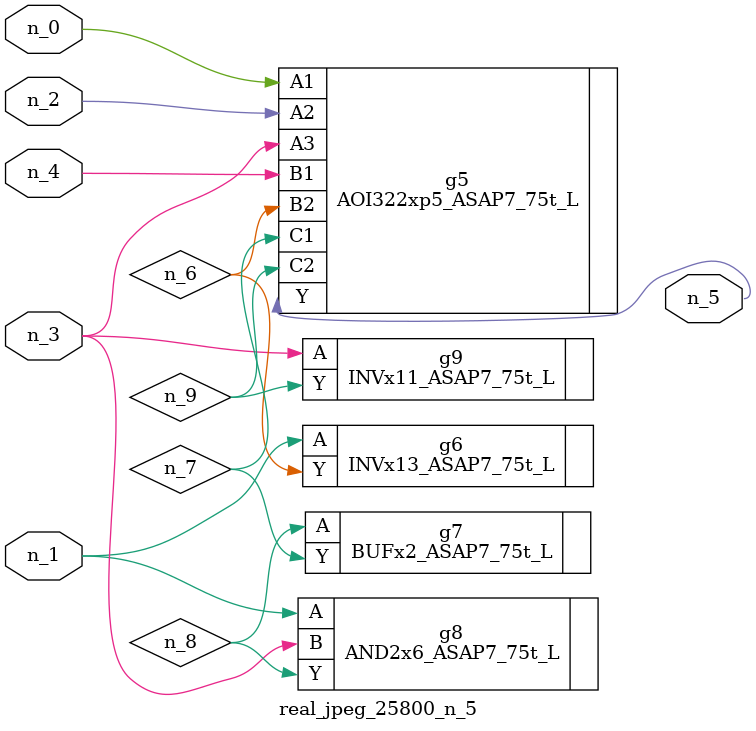
<source format=v>
module real_jpeg_25800_n_5 (n_4, n_0, n_1, n_2, n_3, n_5);

input n_4;
input n_0;
input n_1;
input n_2;
input n_3;

output n_5;

wire n_8;
wire n_6;
wire n_7;
wire n_9;

AOI322xp5_ASAP7_75t_L g5 ( 
.A1(n_0),
.A2(n_2),
.A3(n_3),
.B1(n_4),
.B2(n_6),
.C1(n_7),
.C2(n_9),
.Y(n_5)
);

INVx13_ASAP7_75t_L g6 ( 
.A(n_1),
.Y(n_6)
);

AND2x6_ASAP7_75t_L g8 ( 
.A(n_1),
.B(n_3),
.Y(n_8)
);

INVx11_ASAP7_75t_L g9 ( 
.A(n_3),
.Y(n_9)
);

BUFx2_ASAP7_75t_L g7 ( 
.A(n_8),
.Y(n_7)
);


endmodule
</source>
